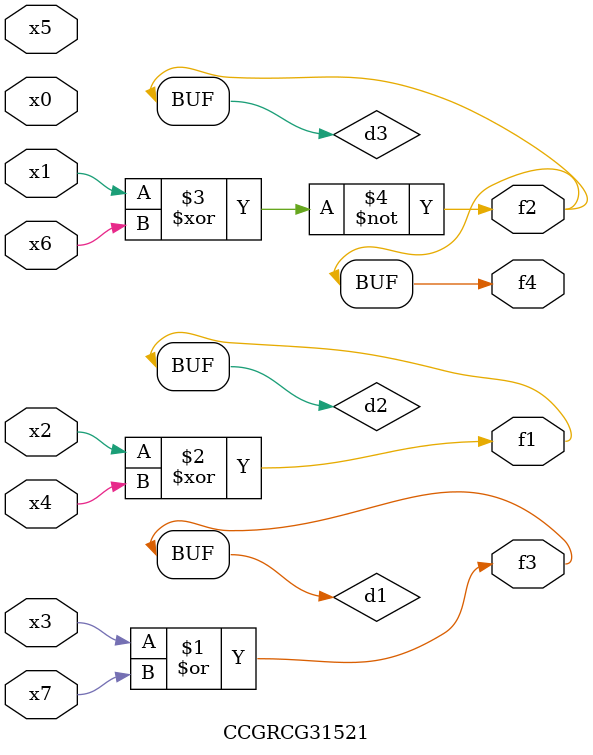
<source format=v>
module CCGRCG31521(
	input x0, x1, x2, x3, x4, x5, x6, x7,
	output f1, f2, f3, f4
);

	wire d1, d2, d3;

	or (d1, x3, x7);
	xor (d2, x2, x4);
	xnor (d3, x1, x6);
	assign f1 = d2;
	assign f2 = d3;
	assign f3 = d1;
	assign f4 = d3;
endmodule

</source>
